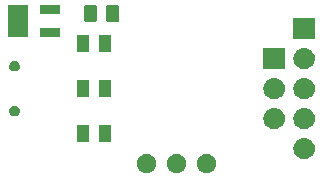
<source format=gbr>
G04 #@! TF.GenerationSoftware,KiCad,Pcbnew,5.0.2-bee76a0~70~ubuntu16.04.1*
G04 #@! TF.CreationDate,2019-07-30T14:22:58+02:00*
G04 #@! TF.ProjectId,hw-DAP42,68772d44-4150-4343-922e-6b696361645f,rev?*
G04 #@! TF.SameCoordinates,Original*
G04 #@! TF.FileFunction,Soldermask,Bot*
G04 #@! TF.FilePolarity,Negative*
%FSLAX46Y46*%
G04 Gerber Fmt 4.6, Leading zero omitted, Abs format (unit mm)*
G04 Created by KiCad (PCBNEW 5.0.2-bee76a0~70~ubuntu16.04.1) date Tue 30 Jul 2019 02:22:58 PM CEST*
%MOMM*%
%LPD*%
G01*
G04 APERTURE LIST*
%ADD10C,0.100000*%
G04 APERTURE END LIST*
D10*
G36*
X157082142Y-94468242D02*
X157230102Y-94529530D01*
X157297130Y-94574317D01*
X157363257Y-94618501D01*
X157476499Y-94731743D01*
X157477191Y-94732779D01*
X157565470Y-94864898D01*
X157626758Y-95012858D01*
X157658000Y-95169925D01*
X157658000Y-95330075D01*
X157626758Y-95487142D01*
X157565470Y-95635102D01*
X157476498Y-95768258D01*
X157363258Y-95881498D01*
X157230102Y-95970470D01*
X157082142Y-96031758D01*
X156925075Y-96063000D01*
X156764925Y-96063000D01*
X156607858Y-96031758D01*
X156459898Y-95970470D01*
X156326742Y-95881498D01*
X156213502Y-95768258D01*
X156124530Y-95635102D01*
X156063242Y-95487142D01*
X156032000Y-95330075D01*
X156032000Y-95169925D01*
X156063242Y-95012858D01*
X156124530Y-94864898D01*
X156212809Y-94732779D01*
X156213501Y-94731743D01*
X156326743Y-94618501D01*
X156392870Y-94574317D01*
X156459898Y-94529530D01*
X156607858Y-94468242D01*
X156764925Y-94437000D01*
X156925075Y-94437000D01*
X157082142Y-94468242D01*
X157082142Y-94468242D01*
G37*
G36*
X152002142Y-94468242D02*
X152150102Y-94529530D01*
X152217130Y-94574317D01*
X152283257Y-94618501D01*
X152396499Y-94731743D01*
X152397191Y-94732779D01*
X152485470Y-94864898D01*
X152546758Y-95012858D01*
X152578000Y-95169925D01*
X152578000Y-95330075D01*
X152546758Y-95487142D01*
X152485470Y-95635102D01*
X152396498Y-95768258D01*
X152283258Y-95881498D01*
X152150102Y-95970470D01*
X152002142Y-96031758D01*
X151845075Y-96063000D01*
X151684925Y-96063000D01*
X151527858Y-96031758D01*
X151379898Y-95970470D01*
X151246742Y-95881498D01*
X151133502Y-95768258D01*
X151044530Y-95635102D01*
X150983242Y-95487142D01*
X150952000Y-95330075D01*
X150952000Y-95169925D01*
X150983242Y-95012858D01*
X151044530Y-94864898D01*
X151132809Y-94732779D01*
X151133501Y-94731743D01*
X151246743Y-94618501D01*
X151312870Y-94574317D01*
X151379898Y-94529530D01*
X151527858Y-94468242D01*
X151684925Y-94437000D01*
X151845075Y-94437000D01*
X152002142Y-94468242D01*
X152002142Y-94468242D01*
G37*
G36*
X154542142Y-94468242D02*
X154690102Y-94529530D01*
X154757130Y-94574317D01*
X154823257Y-94618501D01*
X154936499Y-94731743D01*
X154937191Y-94732779D01*
X155025470Y-94864898D01*
X155086758Y-95012858D01*
X155118000Y-95169925D01*
X155118000Y-95330075D01*
X155086758Y-95487142D01*
X155025470Y-95635102D01*
X154936498Y-95768258D01*
X154823258Y-95881498D01*
X154690102Y-95970470D01*
X154542142Y-96031758D01*
X154385075Y-96063000D01*
X154224925Y-96063000D01*
X154067858Y-96031758D01*
X153919898Y-95970470D01*
X153786742Y-95881498D01*
X153673502Y-95768258D01*
X153584530Y-95635102D01*
X153523242Y-95487142D01*
X153492000Y-95330075D01*
X153492000Y-95169925D01*
X153523242Y-95012858D01*
X153584530Y-94864898D01*
X153672809Y-94732779D01*
X153673501Y-94731743D01*
X153786743Y-94618501D01*
X153852870Y-94574317D01*
X153919898Y-94529530D01*
X154067858Y-94468242D01*
X154224925Y-94437000D01*
X154385075Y-94437000D01*
X154542142Y-94468242D01*
X154542142Y-94468242D01*
G37*
G36*
X165210443Y-93085519D02*
X165276627Y-93092037D01*
X165389853Y-93126384D01*
X165446467Y-93143557D01*
X165536628Y-93191750D01*
X165602991Y-93227222D01*
X165628445Y-93248112D01*
X165740186Y-93339814D01*
X165810630Y-93425652D01*
X165852778Y-93477009D01*
X165852779Y-93477011D01*
X165936443Y-93633533D01*
X165936443Y-93633534D01*
X165987963Y-93803373D01*
X166005359Y-93980000D01*
X165987963Y-94156627D01*
X165953616Y-94269853D01*
X165936443Y-94326467D01*
X165877361Y-94437000D01*
X165852778Y-94482991D01*
X165823448Y-94518729D01*
X165740186Y-94620186D01*
X165638729Y-94703448D01*
X165602991Y-94732778D01*
X165602989Y-94732779D01*
X165446467Y-94816443D01*
X165389853Y-94833616D01*
X165276627Y-94867963D01*
X165210443Y-94874481D01*
X165144260Y-94881000D01*
X165055740Y-94881000D01*
X164989557Y-94874481D01*
X164923373Y-94867963D01*
X164810147Y-94833616D01*
X164753533Y-94816443D01*
X164597011Y-94732779D01*
X164597009Y-94732778D01*
X164561271Y-94703448D01*
X164459814Y-94620186D01*
X164376552Y-94518729D01*
X164347222Y-94482991D01*
X164322639Y-94437000D01*
X164263557Y-94326467D01*
X164246384Y-94269853D01*
X164212037Y-94156627D01*
X164194641Y-93980000D01*
X164212037Y-93803373D01*
X164263557Y-93633534D01*
X164263557Y-93633533D01*
X164347221Y-93477011D01*
X164347222Y-93477009D01*
X164389370Y-93425652D01*
X164459814Y-93339814D01*
X164571555Y-93248112D01*
X164597009Y-93227222D01*
X164663372Y-93191750D01*
X164753533Y-93143557D01*
X164810147Y-93126384D01*
X164923373Y-93092037D01*
X164989557Y-93085519D01*
X165055740Y-93079000D01*
X165144260Y-93079000D01*
X165210443Y-93085519D01*
X165210443Y-93085519D01*
G37*
G36*
X146754466Y-91963565D02*
X146793137Y-91975296D01*
X146828779Y-91994348D01*
X146860017Y-92019983D01*
X146885652Y-92051221D01*
X146904704Y-92086863D01*
X146916435Y-92125534D01*
X146921000Y-92171888D01*
X146921000Y-93248112D01*
X146916435Y-93294466D01*
X146904704Y-93333137D01*
X146885652Y-93368779D01*
X146860017Y-93400017D01*
X146828779Y-93425652D01*
X146793137Y-93444704D01*
X146754466Y-93456435D01*
X146708112Y-93461000D01*
X146056888Y-93461000D01*
X146010534Y-93456435D01*
X145971863Y-93444704D01*
X145936221Y-93425652D01*
X145904983Y-93400017D01*
X145879348Y-93368779D01*
X145860296Y-93333137D01*
X145848565Y-93294466D01*
X145844000Y-93248112D01*
X145844000Y-92171888D01*
X145848565Y-92125534D01*
X145860296Y-92086863D01*
X145879348Y-92051221D01*
X145904983Y-92019983D01*
X145936221Y-91994348D01*
X145971863Y-91975296D01*
X146010534Y-91963565D01*
X146056888Y-91959000D01*
X146708112Y-91959000D01*
X146754466Y-91963565D01*
X146754466Y-91963565D01*
G37*
G36*
X148629466Y-91963565D02*
X148668137Y-91975296D01*
X148703779Y-91994348D01*
X148735017Y-92019983D01*
X148760652Y-92051221D01*
X148779704Y-92086863D01*
X148791435Y-92125534D01*
X148796000Y-92171888D01*
X148796000Y-93248112D01*
X148791435Y-93294466D01*
X148779704Y-93333137D01*
X148760652Y-93368779D01*
X148735017Y-93400017D01*
X148703779Y-93425652D01*
X148668137Y-93444704D01*
X148629466Y-93456435D01*
X148583112Y-93461000D01*
X147931888Y-93461000D01*
X147885534Y-93456435D01*
X147846863Y-93444704D01*
X147811221Y-93425652D01*
X147779983Y-93400017D01*
X147754348Y-93368779D01*
X147735296Y-93333137D01*
X147723565Y-93294466D01*
X147719000Y-93248112D01*
X147719000Y-92171888D01*
X147723565Y-92125534D01*
X147735296Y-92086863D01*
X147754348Y-92051221D01*
X147779983Y-92019983D01*
X147811221Y-91994348D01*
X147846863Y-91975296D01*
X147885534Y-91963565D01*
X147931888Y-91959000D01*
X148583112Y-91959000D01*
X148629466Y-91963565D01*
X148629466Y-91963565D01*
G37*
G36*
X165210443Y-90545519D02*
X165276627Y-90552037D01*
X165383080Y-90584329D01*
X165446467Y-90603557D01*
X165563632Y-90666184D01*
X165602991Y-90687222D01*
X165638729Y-90716552D01*
X165740186Y-90799814D01*
X165823448Y-90901271D01*
X165852778Y-90937009D01*
X165852779Y-90937011D01*
X165936443Y-91093533D01*
X165936443Y-91093534D01*
X165987963Y-91263373D01*
X166005359Y-91440000D01*
X165987963Y-91616627D01*
X165953616Y-91729853D01*
X165936443Y-91786467D01*
X165862348Y-91925087D01*
X165852778Y-91942991D01*
X165835893Y-91963565D01*
X165740186Y-92080186D01*
X165638729Y-92163448D01*
X165602991Y-92192778D01*
X165602989Y-92192779D01*
X165446467Y-92276443D01*
X165389853Y-92293616D01*
X165276627Y-92327963D01*
X165210443Y-92334481D01*
X165144260Y-92341000D01*
X165055740Y-92341000D01*
X164989557Y-92334481D01*
X164923373Y-92327963D01*
X164810147Y-92293616D01*
X164753533Y-92276443D01*
X164597011Y-92192779D01*
X164597009Y-92192778D01*
X164561271Y-92163448D01*
X164459814Y-92080186D01*
X164364107Y-91963565D01*
X164347222Y-91942991D01*
X164337652Y-91925087D01*
X164263557Y-91786467D01*
X164246384Y-91729853D01*
X164212037Y-91616627D01*
X164194641Y-91440000D01*
X164212037Y-91263373D01*
X164263557Y-91093534D01*
X164263557Y-91093533D01*
X164347221Y-90937011D01*
X164347222Y-90937009D01*
X164376552Y-90901271D01*
X164459814Y-90799814D01*
X164561271Y-90716552D01*
X164597009Y-90687222D01*
X164636368Y-90666184D01*
X164753533Y-90603557D01*
X164816920Y-90584329D01*
X164923373Y-90552037D01*
X164989558Y-90545518D01*
X165055740Y-90539000D01*
X165144260Y-90539000D01*
X165210443Y-90545519D01*
X165210443Y-90545519D01*
G37*
G36*
X162670443Y-90545519D02*
X162736627Y-90552037D01*
X162843080Y-90584329D01*
X162906467Y-90603557D01*
X163023632Y-90666184D01*
X163062991Y-90687222D01*
X163098729Y-90716552D01*
X163200186Y-90799814D01*
X163283448Y-90901271D01*
X163312778Y-90937009D01*
X163312779Y-90937011D01*
X163396443Y-91093533D01*
X163396443Y-91093534D01*
X163447963Y-91263373D01*
X163465359Y-91440000D01*
X163447963Y-91616627D01*
X163413616Y-91729853D01*
X163396443Y-91786467D01*
X163322348Y-91925087D01*
X163312778Y-91942991D01*
X163295893Y-91963565D01*
X163200186Y-92080186D01*
X163098729Y-92163448D01*
X163062991Y-92192778D01*
X163062989Y-92192779D01*
X162906467Y-92276443D01*
X162849853Y-92293616D01*
X162736627Y-92327963D01*
X162670443Y-92334481D01*
X162604260Y-92341000D01*
X162515740Y-92341000D01*
X162449557Y-92334481D01*
X162383373Y-92327963D01*
X162270147Y-92293616D01*
X162213533Y-92276443D01*
X162057011Y-92192779D01*
X162057009Y-92192778D01*
X162021271Y-92163448D01*
X161919814Y-92080186D01*
X161824107Y-91963565D01*
X161807222Y-91942991D01*
X161797652Y-91925087D01*
X161723557Y-91786467D01*
X161706384Y-91729853D01*
X161672037Y-91616627D01*
X161654641Y-91440000D01*
X161672037Y-91263373D01*
X161723557Y-91093534D01*
X161723557Y-91093533D01*
X161807221Y-90937011D01*
X161807222Y-90937009D01*
X161836552Y-90901271D01*
X161919814Y-90799814D01*
X162021271Y-90716552D01*
X162057009Y-90687222D01*
X162096368Y-90666184D01*
X162213533Y-90603557D01*
X162276920Y-90584329D01*
X162383373Y-90552037D01*
X162449558Y-90545518D01*
X162515740Y-90539000D01*
X162604260Y-90539000D01*
X162670443Y-90545519D01*
X162670443Y-90545519D01*
G37*
G36*
X140707496Y-90364885D02*
X140789351Y-90398790D01*
X140862523Y-90447682D01*
X140863021Y-90448015D01*
X140925665Y-90510659D01*
X140925667Y-90510662D01*
X140974890Y-90584329D01*
X141008795Y-90666184D01*
X141026080Y-90753081D01*
X141026080Y-90841679D01*
X141008795Y-90928576D01*
X140974890Y-91010431D01*
X140925998Y-91083603D01*
X140925665Y-91084101D01*
X140863021Y-91146745D01*
X140863018Y-91146747D01*
X140789351Y-91195970D01*
X140707496Y-91229875D01*
X140620599Y-91247160D01*
X140532001Y-91247160D01*
X140445104Y-91229875D01*
X140363249Y-91195970D01*
X140289582Y-91146747D01*
X140289579Y-91146745D01*
X140226935Y-91084101D01*
X140226602Y-91083603D01*
X140177710Y-91010431D01*
X140143805Y-90928576D01*
X140126520Y-90841679D01*
X140126520Y-90753081D01*
X140143805Y-90666184D01*
X140177710Y-90584329D01*
X140226933Y-90510662D01*
X140226935Y-90510659D01*
X140289579Y-90448015D01*
X140290077Y-90447682D01*
X140363249Y-90398790D01*
X140445104Y-90364885D01*
X140532001Y-90347600D01*
X140620599Y-90347600D01*
X140707496Y-90364885D01*
X140707496Y-90364885D01*
G37*
G36*
X162670443Y-88005519D02*
X162736627Y-88012037D01*
X162849853Y-88046384D01*
X162906467Y-88063557D01*
X163045087Y-88137652D01*
X163062991Y-88147222D01*
X163098729Y-88176552D01*
X163200186Y-88259814D01*
X163283448Y-88361271D01*
X163312778Y-88397009D01*
X163312779Y-88397011D01*
X163396443Y-88553533D01*
X163396443Y-88553534D01*
X163447963Y-88723373D01*
X163465359Y-88900000D01*
X163447963Y-89076627D01*
X163413616Y-89189853D01*
X163396443Y-89246467D01*
X163324132Y-89381750D01*
X163312778Y-89402991D01*
X163287101Y-89434278D01*
X163200186Y-89540186D01*
X163108229Y-89615652D01*
X163062991Y-89652778D01*
X163062989Y-89652779D01*
X162906467Y-89736443D01*
X162849853Y-89753616D01*
X162736627Y-89787963D01*
X162670443Y-89794481D01*
X162604260Y-89801000D01*
X162515740Y-89801000D01*
X162449557Y-89794481D01*
X162383373Y-89787963D01*
X162270147Y-89753616D01*
X162213533Y-89736443D01*
X162057011Y-89652779D01*
X162057009Y-89652778D01*
X162011771Y-89615652D01*
X161919814Y-89540186D01*
X161832899Y-89434278D01*
X161807222Y-89402991D01*
X161795868Y-89381750D01*
X161723557Y-89246467D01*
X161706384Y-89189853D01*
X161672037Y-89076627D01*
X161654641Y-88900000D01*
X161672037Y-88723373D01*
X161723557Y-88553534D01*
X161723557Y-88553533D01*
X161807221Y-88397011D01*
X161807222Y-88397009D01*
X161836552Y-88361271D01*
X161919814Y-88259814D01*
X162021271Y-88176552D01*
X162057009Y-88147222D01*
X162074913Y-88137652D01*
X162213533Y-88063557D01*
X162270147Y-88046384D01*
X162383373Y-88012037D01*
X162449557Y-88005519D01*
X162515740Y-87999000D01*
X162604260Y-87999000D01*
X162670443Y-88005519D01*
X162670443Y-88005519D01*
G37*
G36*
X165210443Y-88005519D02*
X165276627Y-88012037D01*
X165389853Y-88046384D01*
X165446467Y-88063557D01*
X165585087Y-88137652D01*
X165602991Y-88147222D01*
X165638729Y-88176552D01*
X165740186Y-88259814D01*
X165823448Y-88361271D01*
X165852778Y-88397009D01*
X165852779Y-88397011D01*
X165936443Y-88553533D01*
X165936443Y-88553534D01*
X165987963Y-88723373D01*
X166005359Y-88900000D01*
X165987963Y-89076627D01*
X165953616Y-89189853D01*
X165936443Y-89246467D01*
X165864132Y-89381750D01*
X165852778Y-89402991D01*
X165827101Y-89434278D01*
X165740186Y-89540186D01*
X165648229Y-89615652D01*
X165602991Y-89652778D01*
X165602989Y-89652779D01*
X165446467Y-89736443D01*
X165389853Y-89753616D01*
X165276627Y-89787963D01*
X165210443Y-89794481D01*
X165144260Y-89801000D01*
X165055740Y-89801000D01*
X164989557Y-89794481D01*
X164923373Y-89787963D01*
X164810147Y-89753616D01*
X164753533Y-89736443D01*
X164597011Y-89652779D01*
X164597009Y-89652778D01*
X164551771Y-89615652D01*
X164459814Y-89540186D01*
X164372899Y-89434278D01*
X164347222Y-89402991D01*
X164335868Y-89381750D01*
X164263557Y-89246467D01*
X164246384Y-89189853D01*
X164212037Y-89076627D01*
X164194641Y-88900000D01*
X164212037Y-88723373D01*
X164263557Y-88553534D01*
X164263557Y-88553533D01*
X164347221Y-88397011D01*
X164347222Y-88397009D01*
X164376552Y-88361271D01*
X164459814Y-88259814D01*
X164561271Y-88176552D01*
X164597009Y-88147222D01*
X164614913Y-88137652D01*
X164753533Y-88063557D01*
X164810147Y-88046384D01*
X164923373Y-88012037D01*
X164989557Y-88005519D01*
X165055740Y-87999000D01*
X165144260Y-87999000D01*
X165210443Y-88005519D01*
X165210443Y-88005519D01*
G37*
G36*
X148629466Y-88153565D02*
X148668137Y-88165296D01*
X148703779Y-88184348D01*
X148735017Y-88209983D01*
X148760652Y-88241221D01*
X148779704Y-88276863D01*
X148791435Y-88315534D01*
X148796000Y-88361888D01*
X148796000Y-89438112D01*
X148791435Y-89484466D01*
X148779704Y-89523137D01*
X148760652Y-89558779D01*
X148735017Y-89590017D01*
X148703779Y-89615652D01*
X148668137Y-89634704D01*
X148629466Y-89646435D01*
X148583112Y-89651000D01*
X147931888Y-89651000D01*
X147885534Y-89646435D01*
X147846863Y-89634704D01*
X147811221Y-89615652D01*
X147779983Y-89590017D01*
X147754348Y-89558779D01*
X147735296Y-89523137D01*
X147723565Y-89484466D01*
X147719000Y-89438112D01*
X147719000Y-88361888D01*
X147723565Y-88315534D01*
X147735296Y-88276863D01*
X147754348Y-88241221D01*
X147779983Y-88209983D01*
X147811221Y-88184348D01*
X147846863Y-88165296D01*
X147885534Y-88153565D01*
X147931888Y-88149000D01*
X148583112Y-88149000D01*
X148629466Y-88153565D01*
X148629466Y-88153565D01*
G37*
G36*
X146754466Y-88153565D02*
X146793137Y-88165296D01*
X146828779Y-88184348D01*
X146860017Y-88209983D01*
X146885652Y-88241221D01*
X146904704Y-88276863D01*
X146916435Y-88315534D01*
X146921000Y-88361888D01*
X146921000Y-89438112D01*
X146916435Y-89484466D01*
X146904704Y-89523137D01*
X146885652Y-89558779D01*
X146860017Y-89590017D01*
X146828779Y-89615652D01*
X146793137Y-89634704D01*
X146754466Y-89646435D01*
X146708112Y-89651000D01*
X146056888Y-89651000D01*
X146010534Y-89646435D01*
X145971863Y-89634704D01*
X145936221Y-89615652D01*
X145904983Y-89590017D01*
X145879348Y-89558779D01*
X145860296Y-89523137D01*
X145848565Y-89484466D01*
X145844000Y-89438112D01*
X145844000Y-88361888D01*
X145848565Y-88315534D01*
X145860296Y-88276863D01*
X145879348Y-88241221D01*
X145904983Y-88209983D01*
X145936221Y-88184348D01*
X145971863Y-88165296D01*
X146010534Y-88153565D01*
X146056888Y-88149000D01*
X146708112Y-88149000D01*
X146754466Y-88153565D01*
X146754466Y-88153565D01*
G37*
G36*
X140710036Y-86567585D02*
X140791891Y-86601490D01*
X140865063Y-86650382D01*
X140865561Y-86650715D01*
X140928205Y-86713359D01*
X140928207Y-86713362D01*
X140977430Y-86787029D01*
X141011335Y-86868884D01*
X141028620Y-86955781D01*
X141028620Y-87044379D01*
X141011335Y-87131276D01*
X140977430Y-87213131D01*
X140954156Y-87247963D01*
X140928205Y-87286801D01*
X140865561Y-87349445D01*
X140865558Y-87349447D01*
X140791891Y-87398670D01*
X140710036Y-87432575D01*
X140623139Y-87449860D01*
X140534541Y-87449860D01*
X140447644Y-87432575D01*
X140365789Y-87398670D01*
X140292122Y-87349447D01*
X140292119Y-87349445D01*
X140229475Y-87286801D01*
X140203524Y-87247963D01*
X140180250Y-87213131D01*
X140146345Y-87131276D01*
X140129060Y-87044379D01*
X140129060Y-86955781D01*
X140146345Y-86868884D01*
X140180250Y-86787029D01*
X140229473Y-86713362D01*
X140229475Y-86713359D01*
X140292119Y-86650715D01*
X140292617Y-86650382D01*
X140365789Y-86601490D01*
X140447644Y-86567585D01*
X140534541Y-86550300D01*
X140623139Y-86550300D01*
X140710036Y-86567585D01*
X140710036Y-86567585D01*
G37*
G36*
X165210442Y-85465518D02*
X165276627Y-85472037D01*
X165389853Y-85506384D01*
X165446467Y-85523557D01*
X165536628Y-85571750D01*
X165602991Y-85607222D01*
X165628445Y-85628112D01*
X165740186Y-85719814D01*
X165810630Y-85805652D01*
X165852778Y-85857009D01*
X165852779Y-85857011D01*
X165936443Y-86013533D01*
X165936443Y-86013534D01*
X165987963Y-86183373D01*
X166005359Y-86360000D01*
X165987963Y-86536627D01*
X165983815Y-86550300D01*
X165936443Y-86706467D01*
X165862348Y-86845087D01*
X165852778Y-86862991D01*
X165823448Y-86898729D01*
X165740186Y-87000186D01*
X165638729Y-87083448D01*
X165602991Y-87112778D01*
X165602989Y-87112779D01*
X165446467Y-87196443D01*
X165391456Y-87213130D01*
X165276627Y-87247963D01*
X165210442Y-87254482D01*
X165144260Y-87261000D01*
X165055740Y-87261000D01*
X164989558Y-87254482D01*
X164923373Y-87247963D01*
X164808544Y-87213130D01*
X164753533Y-87196443D01*
X164597011Y-87112779D01*
X164597009Y-87112778D01*
X164561271Y-87083448D01*
X164459814Y-87000186D01*
X164376552Y-86898729D01*
X164347222Y-86862991D01*
X164337652Y-86845087D01*
X164263557Y-86706467D01*
X164216185Y-86550300D01*
X164212037Y-86536627D01*
X164194641Y-86360000D01*
X164212037Y-86183373D01*
X164263557Y-86013534D01*
X164263557Y-86013533D01*
X164347221Y-85857011D01*
X164347222Y-85857009D01*
X164389370Y-85805652D01*
X164459814Y-85719814D01*
X164571555Y-85628112D01*
X164597009Y-85607222D01*
X164663372Y-85571750D01*
X164753533Y-85523557D01*
X164810147Y-85506384D01*
X164923373Y-85472037D01*
X164989558Y-85465518D01*
X165055740Y-85459000D01*
X165144260Y-85459000D01*
X165210442Y-85465518D01*
X165210442Y-85465518D01*
G37*
G36*
X163461000Y-87261000D02*
X161659000Y-87261000D01*
X161659000Y-85459000D01*
X163461000Y-85459000D01*
X163461000Y-87261000D01*
X163461000Y-87261000D01*
G37*
G36*
X146754466Y-84343565D02*
X146793137Y-84355296D01*
X146828779Y-84374348D01*
X146860017Y-84399983D01*
X146885652Y-84431221D01*
X146904704Y-84466863D01*
X146916435Y-84505534D01*
X146921000Y-84551888D01*
X146921000Y-85628112D01*
X146916435Y-85674466D01*
X146904704Y-85713137D01*
X146885652Y-85748779D01*
X146860017Y-85780017D01*
X146828779Y-85805652D01*
X146793137Y-85824704D01*
X146754466Y-85836435D01*
X146708112Y-85841000D01*
X146056888Y-85841000D01*
X146010534Y-85836435D01*
X145971863Y-85824704D01*
X145936221Y-85805652D01*
X145904983Y-85780017D01*
X145879348Y-85748779D01*
X145860296Y-85713137D01*
X145848565Y-85674466D01*
X145844000Y-85628112D01*
X145844000Y-84551888D01*
X145848565Y-84505534D01*
X145860296Y-84466863D01*
X145879348Y-84431221D01*
X145904983Y-84399983D01*
X145936221Y-84374348D01*
X145971863Y-84355296D01*
X146010534Y-84343565D01*
X146056888Y-84339000D01*
X146708112Y-84339000D01*
X146754466Y-84343565D01*
X146754466Y-84343565D01*
G37*
G36*
X148629466Y-84343565D02*
X148668137Y-84355296D01*
X148703779Y-84374348D01*
X148735017Y-84399983D01*
X148760652Y-84431221D01*
X148779704Y-84466863D01*
X148791435Y-84505534D01*
X148796000Y-84551888D01*
X148796000Y-85628112D01*
X148791435Y-85674466D01*
X148779704Y-85713137D01*
X148760652Y-85748779D01*
X148735017Y-85780017D01*
X148703779Y-85805652D01*
X148668137Y-85824704D01*
X148629466Y-85836435D01*
X148583112Y-85841000D01*
X147931888Y-85841000D01*
X147885534Y-85836435D01*
X147846863Y-85824704D01*
X147811221Y-85805652D01*
X147779983Y-85780017D01*
X147754348Y-85748779D01*
X147735296Y-85713137D01*
X147723565Y-85674466D01*
X147719000Y-85628112D01*
X147719000Y-84551888D01*
X147723565Y-84505534D01*
X147735296Y-84466863D01*
X147754348Y-84431221D01*
X147779983Y-84399983D01*
X147811221Y-84374348D01*
X147846863Y-84355296D01*
X147885534Y-84343565D01*
X147931888Y-84339000D01*
X148583112Y-84339000D01*
X148629466Y-84343565D01*
X148629466Y-84343565D01*
G37*
G36*
X166001000Y-84721000D02*
X164199000Y-84721000D01*
X164199000Y-82919000D01*
X166001000Y-82919000D01*
X166001000Y-84721000D01*
X166001000Y-84721000D01*
G37*
G36*
X141721000Y-84511000D02*
X140059000Y-84511000D01*
X140059000Y-81859000D01*
X141721000Y-81859000D01*
X141721000Y-84511000D01*
X141721000Y-84511000D01*
G37*
G36*
X144421000Y-84511000D02*
X142759000Y-84511000D01*
X142759000Y-83759000D01*
X144421000Y-83759000D01*
X144421000Y-84511000D01*
X144421000Y-84511000D01*
G37*
G36*
X147389466Y-81803565D02*
X147428137Y-81815296D01*
X147463779Y-81834348D01*
X147495017Y-81859983D01*
X147520652Y-81891221D01*
X147539704Y-81926863D01*
X147551435Y-81965534D01*
X147556000Y-82011888D01*
X147556000Y-83088112D01*
X147551435Y-83134466D01*
X147539704Y-83173137D01*
X147520652Y-83208779D01*
X147495017Y-83240017D01*
X147463779Y-83265652D01*
X147428137Y-83284704D01*
X147389466Y-83296435D01*
X147343112Y-83301000D01*
X146691888Y-83301000D01*
X146645534Y-83296435D01*
X146606863Y-83284704D01*
X146571221Y-83265652D01*
X146539983Y-83240017D01*
X146514348Y-83208779D01*
X146495296Y-83173137D01*
X146483565Y-83134466D01*
X146479000Y-83088112D01*
X146479000Y-82011888D01*
X146483565Y-81965534D01*
X146495296Y-81926863D01*
X146514348Y-81891221D01*
X146539983Y-81859983D01*
X146571221Y-81834348D01*
X146606863Y-81815296D01*
X146645534Y-81803565D01*
X146691888Y-81799000D01*
X147343112Y-81799000D01*
X147389466Y-81803565D01*
X147389466Y-81803565D01*
G37*
G36*
X149264466Y-81803565D02*
X149303137Y-81815296D01*
X149338779Y-81834348D01*
X149370017Y-81859983D01*
X149395652Y-81891221D01*
X149414704Y-81926863D01*
X149426435Y-81965534D01*
X149431000Y-82011888D01*
X149431000Y-83088112D01*
X149426435Y-83134466D01*
X149414704Y-83173137D01*
X149395652Y-83208779D01*
X149370017Y-83240017D01*
X149338779Y-83265652D01*
X149303137Y-83284704D01*
X149264466Y-83296435D01*
X149218112Y-83301000D01*
X148566888Y-83301000D01*
X148520534Y-83296435D01*
X148481863Y-83284704D01*
X148446221Y-83265652D01*
X148414983Y-83240017D01*
X148389348Y-83208779D01*
X148370296Y-83173137D01*
X148358565Y-83134466D01*
X148354000Y-83088112D01*
X148354000Y-82011888D01*
X148358565Y-81965534D01*
X148370296Y-81926863D01*
X148389348Y-81891221D01*
X148414983Y-81859983D01*
X148446221Y-81834348D01*
X148481863Y-81815296D01*
X148520534Y-81803565D01*
X148566888Y-81799000D01*
X149218112Y-81799000D01*
X149264466Y-81803565D01*
X149264466Y-81803565D01*
G37*
G36*
X144421000Y-82611000D02*
X142759000Y-82611000D01*
X142759000Y-81859000D01*
X144421000Y-81859000D01*
X144421000Y-82611000D01*
X144421000Y-82611000D01*
G37*
M02*

</source>
